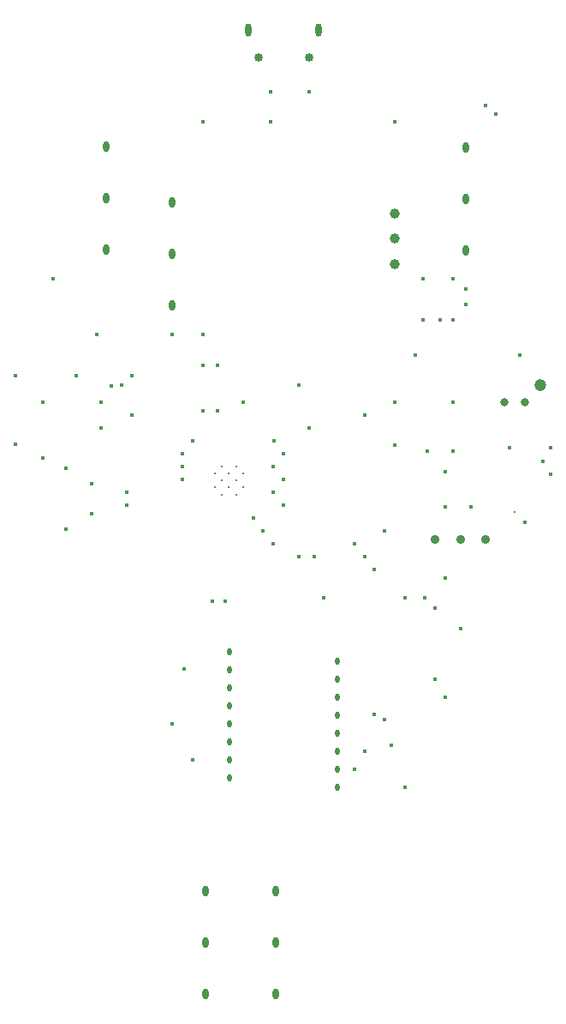
<source format=gbr>
%TF.GenerationSoftware,KiCad,Pcbnew,7.0.7*%
%TF.CreationDate,2023-11-26T12:30:20-07:00*%
%TF.ProjectId,mouse,6d6f7573-652e-46b6-9963-61645f706362,rev?*%
%TF.SameCoordinates,Original*%
%TF.FileFunction,Plated,1,2,PTH,Mixed*%
%TF.FilePolarity,Positive*%
%FSLAX46Y46*%
G04 Gerber Fmt 4.6, Leading zero omitted, Abs format (unit mm)*
G04 Created by KiCad (PCBNEW 7.0.7) date 2023-11-26 12:30:20*
%MOMM*%
%LPD*%
G01*
G04 APERTURE LIST*
%TA.AperFunction,ComponentDrill*%
%ADD10C,0.200000*%
%TD*%
%TA.AperFunction,ViaDrill*%
%ADD11C,0.300000*%
%TD*%
%TA.AperFunction,ViaDrill*%
%ADD12C,0.400000*%
%TD*%
G04 aperture for slot hole*
%TA.AperFunction,ComponentDrill*%
%ADD13O,0.500000X0.700000*%
%TD*%
G04 aperture for slot hole*
%TA.AperFunction,ComponentDrill*%
%ADD14O,0.600000X1.100000*%
%TD*%
G04 aperture for slot hole*
%TA.AperFunction,ComponentDrill*%
%ADD15O,0.600000X1.300000*%
%TD*%
%TA.AperFunction,ComponentDrill*%
%ADD16C,0.812800*%
%TD*%
%TA.AperFunction,ComponentDrill*%
%ADD17C,0.850000*%
%TD*%
%TA.AperFunction,ComponentDrill*%
%ADD18C,0.900000*%
%TD*%
%TA.AperFunction,ComponentDrill*%
%ADD19C,1.000000*%
%TD*%
%TA.AperFunction,ComponentDrill*%
%ADD20C,1.193800*%
%TD*%
G04 APERTURE END LIST*
D10*
%TO.C,ESP1*%
X214400000Y-78620000D03*
X214400000Y-80020000D03*
X215100000Y-77920000D03*
X215100000Y-79320000D03*
X215100000Y-80720000D03*
X215800000Y-78620000D03*
X215800000Y-80020000D03*
X216500000Y-77920000D03*
X216500000Y-79320000D03*
X216500000Y-80720000D03*
X217200000Y-78620000D03*
X217200000Y-80020000D03*
%TD*%
D11*
X244075000Y-82450000D03*
D12*
X194700000Y-68950000D03*
X194700000Y-75770000D03*
X197380000Y-71600000D03*
X197380000Y-77120000D03*
X198380000Y-59450000D03*
X199700000Y-78120000D03*
X199700000Y-84120000D03*
X200700000Y-68950000D03*
X202200000Y-79620000D03*
X202200000Y-82620000D03*
X202700000Y-64950000D03*
X203200000Y-71600000D03*
X203200000Y-74140000D03*
X204187701Y-69962299D03*
X205200000Y-69950000D03*
X205700000Y-80490000D03*
X205700000Y-81760000D03*
X206200000Y-68950000D03*
X206200000Y-72870000D03*
X210200000Y-64950000D03*
X210200000Y-103367500D03*
X211200000Y-76680000D03*
X211200000Y-77950000D03*
X211200000Y-79220000D03*
X211337500Y-97950000D03*
X212200000Y-75450000D03*
X212200000Y-106950000D03*
X213200000Y-43950000D03*
X213200000Y-64950000D03*
X213200000Y-67950000D03*
X213200000Y-72450000D03*
X214125000Y-91225500D03*
X214700000Y-67950000D03*
X214700000Y-72450000D03*
X215395000Y-91225500D03*
X217200000Y-71600000D03*
X218200000Y-83030000D03*
X219200000Y-84300000D03*
X219900000Y-40950000D03*
X219900000Y-43950000D03*
X220200000Y-77950000D03*
X220200000Y-80490000D03*
X220200000Y-85570000D03*
X220240000Y-75410000D03*
X221200000Y-76680000D03*
X221200000Y-79220000D03*
X221200000Y-81760000D03*
X222700000Y-69950000D03*
X222700000Y-86840000D03*
X223700000Y-40950000D03*
X223700000Y-74140000D03*
X224200000Y-86840000D03*
X225200000Y-90950000D03*
X228200000Y-85570000D03*
X228200000Y-107817500D03*
X229200000Y-72870000D03*
X229200000Y-86840000D03*
X229200000Y-106037500D03*
X230200000Y-88120000D03*
X230200000Y-102450000D03*
X231200000Y-84300000D03*
X231200000Y-102950000D03*
X231840000Y-105450000D03*
X232200000Y-43950000D03*
X232200000Y-71600000D03*
X232200000Y-75810000D03*
X233200000Y-90950000D03*
X233200000Y-109597500D03*
X234200000Y-66950000D03*
X235020000Y-59450000D03*
X235020000Y-63450000D03*
X235200000Y-90950000D03*
X235404600Y-76450000D03*
X236200000Y-91950000D03*
X236200000Y-98950000D03*
X236700000Y-63450000D03*
X237200000Y-78450000D03*
X237200000Y-81950000D03*
X237200000Y-88950000D03*
X237200000Y-100697500D03*
X237995400Y-59450000D03*
X237995400Y-63450000D03*
X237995400Y-71600000D03*
X237995400Y-76450000D03*
X238700000Y-93950000D03*
X239200000Y-60450000D03*
X239200000Y-61950000D03*
X239700000Y-81950000D03*
X241200000Y-42285000D03*
X242200000Y-43130000D03*
X243575000Y-76130000D03*
X244520000Y-66950000D03*
X245075000Y-83450000D03*
X246850500Y-77450000D03*
X247575000Y-76130000D03*
X247575000Y-78709999D03*
D13*
%TO.C,PAW1*%
X215850000Y-96247500D03*
X215850000Y-98027500D03*
X215850000Y-99807500D03*
X215850000Y-101587500D03*
X215850000Y-103367500D03*
X215850000Y-105147500D03*
X215850000Y-106927500D03*
X215850000Y-108707500D03*
X226550000Y-97137500D03*
X226550000Y-98917500D03*
X226550000Y-100697500D03*
X226550000Y-102477500D03*
X226550000Y-104257500D03*
X226550000Y-106037500D03*
X226550000Y-107817500D03*
X226550000Y-109597500D03*
D14*
%TO.C,LMB1*%
X203700000Y-46370000D03*
X203700000Y-51450000D03*
X203700000Y-56530000D03*
%TO.C,MMB1*%
X210200000Y-51870000D03*
X210200000Y-56950000D03*
X210200000Y-62030000D03*
%TO.C,SMB5*%
X213450000Y-119870000D03*
X213450000Y-124950000D03*
X213450000Y-130030000D03*
D15*
%TO.C,J5*%
X217700000Y-34900000D03*
D14*
%TO.C,SMB4*%
X220450000Y-119870000D03*
X220450000Y-124950000D03*
X220450000Y-130030000D03*
D15*
%TO.C,J5*%
X224700000Y-34900000D03*
D14*
%TO.C,RMB1*%
X239200000Y-46440000D03*
X239200000Y-51520000D03*
X239200000Y-56600000D03*
D16*
%TO.C,J2*%
X243074999Y-71600000D03*
X245075001Y-71600000D03*
D17*
%TO.C,J5*%
X218700000Y-37600000D03*
X223700000Y-37600000D03*
D18*
%TO.C,S4*%
X236200000Y-85120000D03*
X238700000Y-85120000D03*
X241200000Y-85120000D03*
D19*
%TO.C,ENC1*%
X232200000Y-52950000D03*
X232200000Y-55450000D03*
X232200000Y-57950000D03*
D20*
%TO.C,J2*%
X246575000Y-69900000D03*
M02*

</source>
